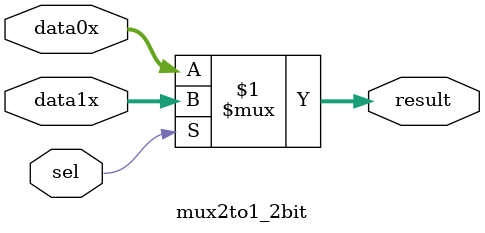
<source format=v>
`timescale 1 ps / 1 ps

module mux2to1_2bit (
	data0x,
	data1x,
	sel,
	result);

	input	[1:0]  data0x;
	input	[1:0]  data1x;
	input	  sel;
	output	[1:0]  result;

	assign result = sel ? data1x : data0x;

endmodule


</source>
